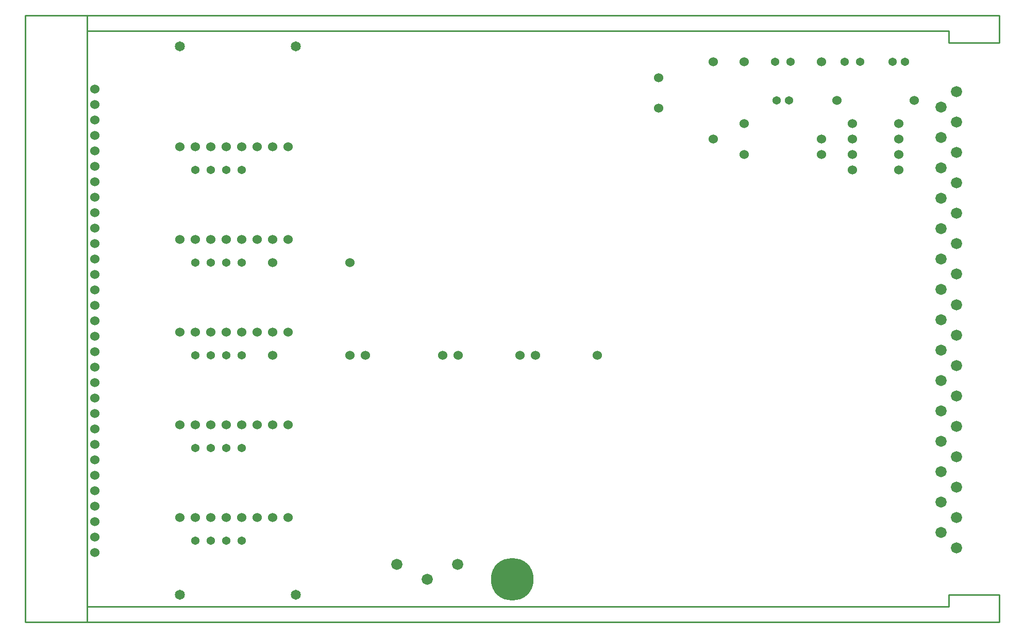
<source format=gbr>
G04 start of page 5 for group 3 idx 3 *
G04 Title: 26.003.00.01.01.pcb, keepout *
G04 Creator: pcb 20100929 *
G04 CreationDate: Wed Mar 18 07:56:07 2015 UTC *
G04 For: bert *
G04 Format: Gerber/RS-274X *
G04 PCB-Dimensions: 649606 413386 *
G04 PCB-Coordinate-Origin: lower left *
%MOIN*%
%FSLAX25Y25*%
%LNGROUP3*%
%ADD11C,0.0600*%
%ADD12C,0.0540*%
%ADD13C,0.0650*%
%ADD14C,0.0720*%
%ADD15C,0.2760*%
%ADD16C,0.0380*%
%ADD17C,0.1460*%
%ADD18C,0.0200*%
%ADD19C,0.0400*%
%ADD20C,0.0360*%
%ADD21C,0.0320*%
%ADD22C,0.0280*%
%ADD23C,0.0520*%
%ADD24C,0.1100*%
%ADD26C,0.0100*%
G54D26*X630000Y395886D02*Y413386D01*
X40000Y403386D02*X597500D01*
Y395886D01*
X630000D01*
X0Y413386D02*Y20886D01*
X40000D02*Y413386D01*
X0D02*X630000D01*
Y20886D02*Y38386D01*
X597500Y30886D02*X40000D01*
X630000Y38386D02*X597500D01*
Y30886D01*
X0Y20886D02*X630000D01*
G54D11*X45000Y365886D03*
Y355886D03*
Y345886D03*
Y335886D03*
Y325886D03*
Y315886D03*
Y305886D03*
Y295886D03*
Y285886D03*
Y275886D03*
Y265886D03*
Y255886D03*
Y245886D03*
Y235886D03*
Y225886D03*
Y215886D03*
Y205886D03*
Y195886D03*
Y185886D03*
Y175886D03*
Y165886D03*
Y155886D03*
Y145886D03*
Y135886D03*
Y125886D03*
Y115886D03*
Y105886D03*
Y95886D03*
Y85886D03*
Y75886D03*
Y65886D03*
G54D12*X485079Y383386D03*
G54D13*X100000Y393386D03*
X175000D03*
G54D11*X515000Y383386D03*
X445000D03*
Y333386D03*
X409606Y353544D03*
Y373229D03*
G54D12*X493937Y358386D03*
X486063D03*
X494921Y383386D03*
G54D11*X465000D03*
Y343386D03*
X515000Y333386D03*
X465000Y323386D03*
X515000D03*
G54D12*X568937Y383386D03*
G54D11*X565000Y313386D03*
Y323386D03*
Y333386D03*
Y343386D03*
G54D12*X561063Y383386D03*
X539921D03*
X530079D03*
G54D11*X535000Y343386D03*
Y333386D03*
Y323386D03*
Y313386D03*
G54D14*X602360Y364174D03*
X592518Y354332D03*
X602360Y344489D03*
X592518Y334647D03*
G54D11*X525000Y358386D03*
X575000D03*
G54D14*X602360Y324804D03*
Y305119D03*
Y285434D03*
Y265749D03*
Y246064D03*
Y226379D03*
X592518Y314961D03*
Y295276D03*
Y275591D03*
Y255906D03*
Y236221D03*
Y216537D03*
Y196852D03*
G54D12*X139921Y313386D03*
X130079D03*
X119921D03*
X110079D03*
G54D11*X100000Y328386D03*
Y268386D03*
X110000Y328386D03*
X120000D03*
Y268386D03*
X130000Y328386D03*
Y268386D03*
X140000D03*
X150000D03*
X160000D03*
X170000D03*
X140000Y328386D03*
X150000D03*
X160000D03*
X170000D03*
G54D12*X119921Y253386D03*
X110079D03*
G54D11*X110000Y268386D03*
X100000Y208386D03*
X110000D03*
X120000D03*
X130000D03*
X140000D03*
X150000D03*
X160000D03*
X170000D03*
X330000Y193386D03*
X370000D03*
G54D14*X279685Y58228D03*
G54D11*X280000Y193386D03*
X320000D03*
G54D15*X315000Y48386D03*
G54D14*X260000D03*
G54D11*X270000Y193386D03*
G54D14*X602360Y206694D03*
Y187009D03*
Y167324D03*
Y147639D03*
X592518Y177167D03*
Y157481D03*
Y137796D03*
Y118111D03*
Y98426D03*
Y78741D03*
X602360Y127954D03*
Y108269D03*
Y88584D03*
Y68899D03*
X240315Y58228D03*
G54D11*X220000Y193386D03*
X160000D03*
X210000D03*
G54D12*X139921Y253386D03*
X130079D03*
G54D11*X160000D03*
X210000D03*
G54D12*X139921Y193386D03*
X130079D03*
X119921D03*
X110079D03*
G54D13*X100000Y38386D03*
X175000D03*
G54D12*X139921Y133386D03*
X130079D03*
X119921D03*
X110079D03*
G54D11*X100000Y148386D03*
X110000D03*
X120000D03*
X130000D03*
X140000D03*
X150000D03*
X160000D03*
X170000D03*
G54D12*X139921Y73386D03*
X130079D03*
X119921D03*
X110079D03*
G54D11*X100000Y88386D03*
X110000D03*
X120000D03*
X130000D03*
X140000D03*
X150000D03*
X160000D03*
X170000D03*
G54D16*G54D17*G54D16*G54D17*G54D18*G54D19*G54D17*G54D19*G54D20*G54D21*G54D18*G54D19*G54D21*G54D22*G54D21*G54D18*G54D22*G54D23*G54D24*G54D19*G54D23*G54D18*G54D16*G54D18*G54D16*G54D21*G54D23*G54D21*G54D17*G54D23*G54D19*G54D23*G54D24*G54D23*G54D19*G54D18*G54D19*G54D18*G54D19*G54D18*G54D16*G54D18*G54D16*M02*

</source>
